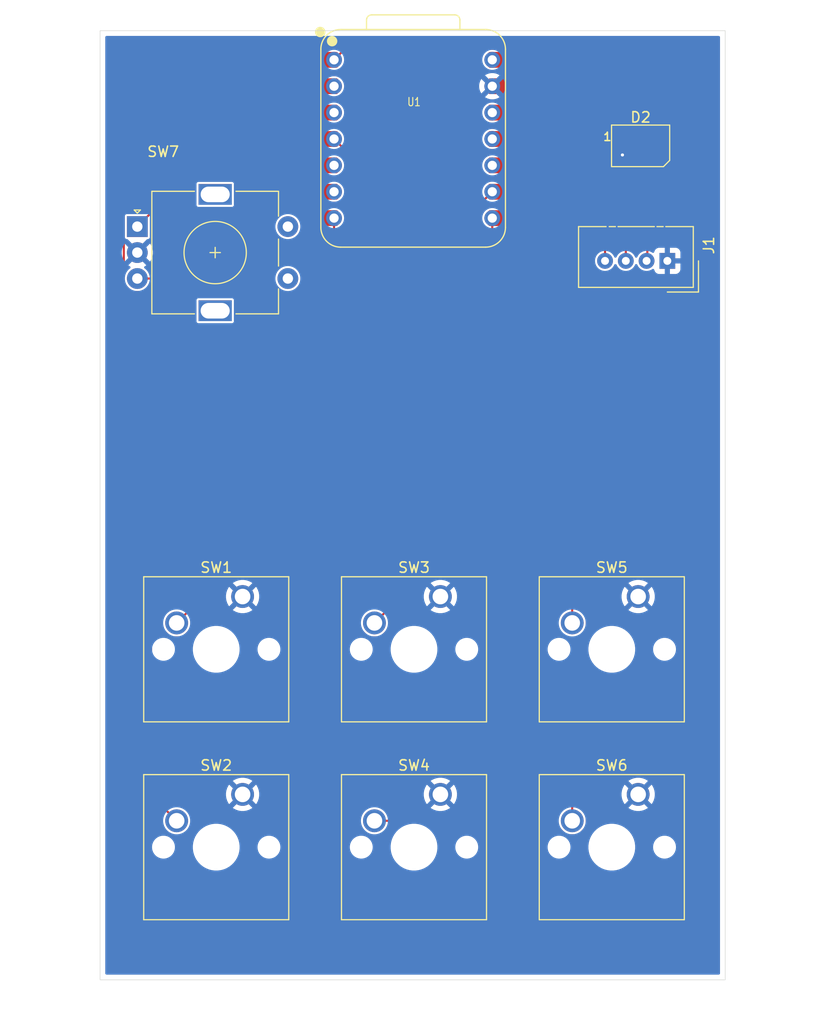
<source format=kicad_pcb>
(kicad_pcb (version 20241229) (generator "pcbnew") (generator_version "9.0")
  (layers (0 "F.Cu" signal) (2 "B.Cu" signal) (13 "F.Paste" user) (15 "B.Paste" user) (5 "F.SilkS" user "F.Silkscreen") (7 "B.SilkS" user "B.Silkscreen") (1 "F.Mask" user) (3 "B.Mask" user) (25 "Edge.Cuts" user))
  (net 0 "")
  (net 1 "GND")
  (net 2 "+5V")
  (net 4 "GPIO26_pin")
  (net 5 "Oled_to_SCL")
  (net 6 "Oled_to_SDA")
  (net 7 "GPIO1_pin")
  (net 8 "GPIO2_pin")
  (net 9 "GPIO4_pin")
  (net 10 "GPIO3_pin")
  (net 11 "GPIO29_pin")
  (net 12 "GPIO0_pin")
  (net 13 "GPIO28_pin")
  (net 15 "GPIO27_pin")
  (footprint "Button_Switch_Keyboard:SW_Cherry_MX_1.00u_PCB" (layer "F.Cu") (at 152.64 86.92)
    (property "Reference" "SW3" (at -2.54 -2.794 0) (layer "F.SilkS"))
    (property "Value" "SW_Push")
    (fp_line (start -9.525 -1.905) (end 4.445 -1.905) (stroke (width 0.12)) (layer "F.SilkS"))
    (fp_line (start -9.525 12.065) (end -9.525 -1.905) (stroke (width 0.12)) (layer "F.SilkS"))
    (fp_line (start 4.445 -1.905) (end 4.445 12.065) (stroke (width 0.12)) (layer "F.SilkS"))
    (fp_line (start 4.445 12.065) (end -9.525 12.065) (stroke (width 0.12)) (layer "F.SilkS"))
    (pad "" np_thru_hole circle (at -7.62 5.08) (size 1.7 1.7) (drill 1.7) (layers "*.Cu" "*.Mask"))
    (pad "" np_thru_hole circle (at -2.54 5.08) (size 4 4) (drill 4) (layers "*.Cu" "*.Mask"))
    (pad "" np_thru_hole circle (at 2.54 5.08) (size 1.7 1.7) (drill 1.7) (layers "*.Cu" "*.Mask"))
    (pad "1" thru_hole circle (at 0 0) (size 2.2 2.2) (drill 1.5) (layers "*.Cu" "*.Mask") (net 1 "GND"))
    (pad "2" thru_hole circle (at -6.35 2.54) (size 2.2 2.2) (drill 1.5) (layers "*.Cu" "*.Mask") (net 9 "GPIO4_pin"))
  )
  (footprint "Button_Switch_Keyboard:SW_Cherry_MX_1.00u_PCB" (layer "F.Cu") (at 133.59 86.92)
    (property "Reference" "SW1" (at -2.54 -2.794 0) (layer "F.SilkS"))
    (property "Value" "SW_Push")
    (fp_line (start -9.525 -1.905) (end 4.445 -1.905) (stroke (width 0.12)) (layer "F.SilkS"))
    (fp_line (start -9.525 12.065) (end -9.525 -1.905) (stroke (width 0.12)) (layer "F.SilkS"))
    (fp_line (start 4.445 -1.905) (end 4.445 12.065) (stroke (width 0.12)) (layer "F.SilkS"))
    (fp_line (start 4.445 12.065) (end -9.525 12.065) (stroke (width 0.12)) (layer "F.SilkS"))
    (pad "" np_thru_hole circle (at -7.62 5.08) (size 1.7 1.7) (drill 1.7) (layers "*.Cu" "*.Mask"))
    (pad "" np_thru_hole circle (at -2.54 5.08) (size 4 4) (drill 4) (layers "*.Cu" "*.Mask"))
    (pad "" np_thru_hole circle (at 2.54 5.08) (size 1.7 1.7) (drill 1.7) (layers "*.Cu" "*.Mask"))
    (pad "1" thru_hole circle (at 0 0) (size 2.2 2.2) (drill 1.5) (layers "*.Cu" "*.Mask") (net 1 "GND"))
    (pad "2" thru_hole circle (at -6.35 2.54) (size 2.2 2.2) (drill 1.5) (layers "*.Cu" "*.Mask") (net 7 "GPIO1_pin"))
  )
  (footprint "LED_SMD:LED_SK6812MINI_PLCC4_3.5x3.5mm_P1.75mm" (layer "F.Cu") (at 171.92625 43.52625)
    (property "Reference" "D2" (at 0 -2.75 0) (layer "F.SilkS"))
    (property "Value" "SK6812MINI")
    (fp_line (start -2.8 -2) (end -2.8 2) (stroke (width 0.12)) (layer "F.SilkS"))
    (fp_line (start -2.8 -2) (end 2.8 -2) (stroke (width 0.12)) (layer "F.SilkS"))
    (fp_line (start -2.8 2) (end 2.2 2) (stroke (width 0.12)) (layer "F.SilkS"))
    (fp_line (start 2.8 1.4) (end 2.2 2) (stroke (width 0.12)) (layer "F.SilkS"))
    (fp_line (start 2.8 1.4) (end 2.8 -2) (stroke (width 0.12)) (layer "F.SilkS"))
    (fp_text user "1" (at -3.2 -0.875 0) (layer "F.SilkS") (effects (font (size 0.8 0.8))))
    (pad "1" smd rect (at -1.75 -0.875) (size 1.6 0.85) (layers "F.Cu" "F.Mask" "F.Paste"))
    (pad "2" smd rect (at -1.75 0.875) (size 1.6 0.85) (layers "F.Cu" "F.Mask" "F.Paste") (net 1 "GND"))
    (pad "3" smd rect (at 1.75 0.875) (size 1.6 0.85) (layers "F.Cu" "F.Mask" "F.Paste") (net 4 "GPIO26_pin"))
    (pad "4" smd rect (at 1.75 -0.875) (size 1.6 0.85) (layers "F.Cu" "F.Mask" "F.Paste") (net 2 "+5V"))
  )
  (footprint "Connector:NS-Tech_Grove_1x04_P2mm_Vertical" (layer "F.Cu") (at 174.5 54.6 -90)
    (property "Reference" "J1" (at -1.5 -4 90) (layer "F.SilkS"))
    (property "Value" "Conn_01x04_Pin")
    (fp_line (start -3.3 8.55) (end 2.55 8.55) (stroke (width 0.12)) (layer "F.SilkS"))
    (fp_line (start -3.3 5.9) (end -3.3 8.55) (stroke (width 0.12)) (layer "F.SilkS"))
    (fp_line (start -3.3 5) (end -3.3 5.6) (stroke (width 0.12)) (layer "F.SilkS"))
    (fp_line (start -3.3 1.25) (end -3.3 4.75) (stroke (width 0.12)) (layer "F.SilkS"))
    (fp_line (start -3.3 0.4) (end -3.3 1) (stroke (width 0.12)) (layer "F.SilkS"))
    (fp_line (start -3.3 -2.5) (end -3.3 0.15) (stroke (width 0.12)) (layer "F.SilkS"))
    (fp_line (start -3.3 -2.5) (end 2.55 -2.5) (stroke (width 0.12)) (layer "F.SilkS"))
    (fp_line (start 2.55 -2.5) (end 2.55 8.55) (stroke (width 0.12)) (layer "F.SilkS"))
    (fp_line (start 0 -3) (end 3 -3) (stroke (width 0.12)) (layer "F.SilkS"))
    (fp_line (start 3 -3) (end 3 0) (stroke (width 0.12)) (layer "F.SilkS"))
    (pad "1" thru_hole rect (at 0 0 270) (size 1.524 1.524) (drill 0.762) (layers "*.Cu" "*.Mask") (net 1 "GND"))
    (pad "2" thru_hole circle (at 0 2 270) (size 1.524 1.524) (drill 0.762) (layers "*.Cu" "*.Mask") (net 2 "+5V"))
    (pad "3" thru_hole circle (at 0 4 270) (size 1.524 1.524) (drill 0.762) (layers "*.Cu" "*.Mask") (net 5 "Oled_to_SCL"))
    (pad "4" thru_hole circle (at 0 6 270) (size 1.524 1.524) (drill 0.762) (layers "*.Cu" "*.Mask") (net 6 "Oled_to_SDA"))
  )
  (footprint "Button_Switch_Keyboard:SW_Cherry_MX_1.00u_PCB" (layer "F.Cu") (at 171.69 105.97)
    (property "Reference" "SW6" (at -2.54 -2.794 0) (layer "F.SilkS"))
    (property "Value" "SW_Push")
    (fp_line (start -9.525 -1.905) (end 4.445 -1.905) (stroke (width 0.12)) (layer "F.SilkS"))
    (fp_line (start -9.525 12.065) (end -9.525 -1.905) (stroke (width 0.12)) (layer "F.SilkS"))
    (fp_line (start 4.445 -1.905) (end 4.445 12.065) (stroke (width 0.12)) (layer "F.SilkS"))
    (fp_line (start 4.445 12.065) (end -9.525 12.065) (stroke (width 0.12)) (layer "F.SilkS"))
    (pad "" np_thru_hole circle (at -7.62 5.08) (size 1.7 1.7) (drill 1.7) (layers "*.Cu" "*.Mask"))
    (pad "" np_thru_hole circle (at -2.54 5.08) (size 4 4) (drill 4) (layers "*.Cu" "*.Mask"))
    (pad "" np_thru_hole circle (at 2.54 5.08) (size 1.7 1.7) (drill 1.7) (layers "*.Cu" "*.Mask"))
    (pad "1" thru_hole circle (at 0 0) (size 2.2 2.2) (drill 1.5) (layers "*.Cu" "*.Mask") (net 1 "GND"))
    (pad "2" thru_hole circle (at -6.35 2.54) (size 2.2 2.2) (drill 1.5) (layers "*.Cu" "*.Mask") (net 12 "GPIO0_pin"))
  )
  (footprint "Rotary_Encoder:RotaryEncoder_Alps_EC11E-Switch_Vertical_H20mm" (layer "F.Cu") (at 123.45 51.3)
    (property "Reference" "SW7" (at 2.49 -7.2125 0) (layer "F.SilkS"))
    (property "Value" "RotaryEncoder")
    (fp_line (start -0.3 -1.6) (end 0.3 -1.6) (stroke (width 0.12)) (layer "F.SilkS"))
    (fp_line (start 0 -1.3) (end -0.3 -1.6) (stroke (width 0.12)) (layer "F.SilkS"))
    (fp_line (start 0.3 -1.6) (end 0 -1.3) (stroke (width 0.12)) (layer "F.SilkS"))
    (fp_line (start 1.4 -3.4) (end 1.4 8.4) (stroke (width 0.12)) (layer "F.SilkS"))
    (fp_line (start 5.5 -3.4) (end 1.4 -3.4) (stroke (width 0.12)) (layer "F.SilkS"))
    (fp_line (start 5.5 8.4) (end 1.4 8.4) (stroke (width 0.12)) (layer "F.SilkS"))
    (fp_line (start 7 2.5) (end 8 2.5) (stroke (width 0.12)) (layer "F.SilkS"))
    (fp_line (start 7.5 2) (end 7.5 3) (stroke (width 0.12)) (layer "F.SilkS"))
    (fp_line (start 9.5 -3.4) (end 13.6 -3.4) (stroke (width 0.12)) (layer "F.SilkS"))
    (fp_line (start 13.6 -3.4) (end 13.6 -1) (stroke (width 0.12)) (layer "F.SilkS"))
    (fp_line (start 13.6 1.2) (end 13.6 3.8) (stroke (width 0.12)) (layer "F.SilkS"))
    (fp_line (start 13.6 6) (end 13.6 8.4) (stroke (width 0.12)) (layer "F.SilkS"))
    (fp_line (start 13.6 8.4) (end 9.5 8.4) (stroke (width 0.12)) (layer "F.SilkS"))
    (fp_circle (center 7.5 2.5) (end 10.5 2.5) (stroke (width 0.12)) (fill no) (layer "F.SilkS"))
    (pad "A" thru_hole rect (at 0 0) (size 2 2) (drill 1) (layers "*.Cu" "*.Mask") (net 15 "GPIO27_pin"))
    (pad "B" thru_hole circle (at 0 5) (size 2 2) (drill 1) (layers "*.Cu" "*.Mask") (net 13 "GPIO28_pin"))
    (pad "C" thru_hole circle (at 0 2.5) (size 2 2) (drill 1) (layers "*.Cu" "*.Mask") (net 1 "GND"))
    (pad "MP" thru_hole rect (at 7.5 -3.1) (size 3.2 2) (drill oval 2.8 1.5) (layers "*.Cu" "*.Mask"))
    (pad "MP" thru_hole rect (at 7.5 8.1) (size 3.2 2) (drill oval 2.8 1.5) (layers "*.Cu" "*.Mask"))
    (pad "S1" thru_hole circle (at 14.5 5) (size 2 2) (drill 1) (layers "*.Cu" "*.Mask"))
    (pad "S2" thru_hole circle (at 14.5 0) (size 2 2) (drill 1) (layers "*.Cu" "*.Mask"))
  )
  (footprint "Button_Switch_Keyboard:SW_Cherry_MX_1.00u_PCB" (layer "F.Cu") (at 152.64 105.97)
    (property "Reference" "SW4" (at -2.54 -2.794 0) (layer "F.SilkS"))
    (property "Value" "SW_Push")
    (fp_line (start -9.525 -1.905) (end 4.445 -1.905) (stroke (width 0.12)) (layer "F.SilkS"))
    (fp_line (start -9.525 12.065) (end -9.525 -1.905) (stroke (width 0.12)) (layer "F.SilkS"))
    (fp_line (start 4.445 -1.905) (end 4.445 12.065) (stroke (width 0.12)) (layer "F.SilkS"))
    (fp_line (start 4.445 12.065) (end -9.525 12.065) (stroke (width 0.12)) (layer "F.SilkS"))
    (pad "" np_thru_hole circle (at -7.62 5.08) (size 1.7 1.7) (drill 1.7) (layers "*.Cu" "*.Mask"))
    (pad "" np_thru_hole circle (at -2.54 5.08) (size 4 4) (drill 4) (layers "*.Cu" "*.Mask"))
    (pad "" np_thru_hole circle (at 2.54 5.08) (size 1.7 1.7) (drill 1.7) (layers "*.Cu" "*.Mask"))
    (pad "1" thru_hole circle (at 0 0) (size 2.2 2.2) (drill 1.5) (layers "*.Cu" "*.Mask") (net 1 "GND"))
    (pad "2" thru_hole circle (at -6.35 2.54) (size 2.2 2.2) (drill 1.5) (layers "*.Cu" "*.Mask") (net 10 "GPIO3_pin"))
  )
  (footprint "OPL:XIAO-RP2040-DIP" (layer "F.Cu") (at 150.01875 42.8625)
    (property "Reference" "U1" (at 0.08125 -3.5625 0) (layer "F.SilkS") (effects (font (size 0.8 0.635) (thickness 0.1016))))
    (property "Value" "XIAO-RP2040-DIP")
    (fp_line (start -8.89 8.509) (end -8.89 -8.636) (stroke (width 0.127)) (layer "F.SilkS"))
    (fp_line (start -6.985 10.414) (end 6.985 10.414) (stroke (width 0.127)) (layer "F.SilkS"))
    (fp_line (start -4.495 -10.541) (end -4.491272 -11.451272) (stroke (width 0.127)) (layer "F.SilkS"))
    (fp_line (start -3.991272 -11.951) (end 4.004 -11.951) (stroke (width 0.127)) (layer "F.SilkS"))
    (fp_line (start 4.504 -11.451) (end 4.504 -10.541) (stroke (width 0.127)) (layer "F.SilkS"))
    (fp_line (start 6.985 -10.541) (end -6.985 -10.541) (stroke (width 0.1)) (layer "F.SilkS"))
    (fp_line (start 6.985 -10.541) (end -6.985 -10.541) (stroke (width 0.127)) (layer "F.SilkS"))
    (fp_line (start 8.89 8.509) (end 8.89 -8.636) (stroke (width 0.127)) (layer "F.SilkS"))
    (fp_arc (start -8.89 -8.636) (mid -8.332038 -9.983038) (end -6.985 -10.541) (stroke (width 0.127)) (layer "F.SilkS"))
    (fp_arc (start -6.985 10.414) (mid -8.332038 9.856038) (end -8.89 8.509) (stroke (width 0.127)) (layer "F.SilkS"))
    (fp_arc (start -4.491272 -11.451272) (mid -4.344728 -11.80464) (end -3.991272 -11.951) (stroke (width 0.127)) (layer "F.SilkS"))
    (fp_arc (start 4.004 -11.951) (mid 4.357553 -11.804553) (end 4.504 -11.451) (stroke (width 0.127)) (layer "F.SilkS"))
    (fp_arc (start 6.985 -10.541) (mid 8.332038 -9.983038) (end 8.89 -8.636) (stroke (width 0.127)) (layer "F.SilkS"))
    (fp_arc (start 8.89 8.509) (mid 8.332038 9.856038) (end 6.985 10.414) (stroke (width 0.127)) (layer "F.SilkS"))
    (fp_circle (center -8.95 -10.3) (end -8.95 -10.554) (stroke (width 0.5)) (fill yes) (layer "F.SilkS"))
    (fp_circle (center -7.807 -9.42) (end -7.807 -9.674) (stroke (width 0.5)) (fill yes) (layer "F.SilkS"))
    (pad "1" smd roundrect (at -8.455 -7.62 180) (size 2.432 1.524) (layers "F.Cu" "F.Mask") (roundrect_rratio 0.1) (net 4 "GPIO26_pin"))
    (pad "1" thru_hole circle (at -7.62 -7.62 180) (size 1.524 1.524) (drill 0.889) (layers "*.Cu" "*.Mask") (net 4 "GPIO26_pin"))
    (pad "2" smd roundrect (at -8.455 -5.08 180) (size 2.432 1.524) (layers "F.Cu" "F.Mask") (roundrect_rratio 0.1) (net 15 "GPIO27_pin"))
    (pad "2" thru_hole circle (at -7.62 -5.08 180) (size 1.524 1.524) (drill 0.889) (layers "*.Cu" "*.Mask") (net 15 "GPIO27_pin"))
    (pad "3" smd roundrect (at -8.455 -2.54 180) (size 2.432 1.524) (layers "F.Cu" "F.Mask") (roundrect_rratio 0.1) (net 13 "GPIO28_pin"))
    (pad "3" thru_hole circle (at -7.62 -2.54 180) (size 1.524 1.524) (drill 0.889) (layers "*.Cu" "*.Mask") (net 13 "GPIO28_pin"))
    (pad "4" smd roundrect (at -8.455 0 180) (size 2.432 1.524) (layers "F.Cu" "F.Mask") (roundrect_rratio 0.1) (net 11 "GPIO29_pin"))
    (pad "4" thru_hole circle (at -7.62 0 180) (size 1.524 1.524) (drill 0.889) (layers "*.Cu" "*.Mask") (net 11 "GPIO29_pin"))
    (pad "5" smd roundrect (at -8.455 2.54 180) (size 2.432 1.524) (layers "F.Cu" "F.Mask") (roundrect_rratio 0.1) (net 6 "Oled_to_SDA"))
    (pad "5" thru_hole circle (at -7.62 2.54 180) (size 1.524 1.524) (drill 0.889) (layers "*.Cu" "*.Mask") (net 6 "Oled_to_SDA"))
    (pad "6" smd roundrect (at -8.455 5.08 180) (size 2.432 1.524) (layers "F.Cu" "F.Mask") (roundrect_rratio 0.1) (net 5 "Oled_to_SCL"))
    (pad "6" thru_hole circle (at -7.62 5.08 180) (size 1.524 1.524) (drill 0.889) (layers "*.Cu" "*.Mask") (net 5 "Oled_to_SCL"))
    (pad "7" smd roundrect (at -8.455 7.62 180) (size 2.432 1.524) (layers "F.Cu" "F.Mask") (roundrect_rratio 0.1) (net 12 "GPIO0_pin"))
    (pad "7" thru_hole circle (at -7.62 7.62 180) (size 1.524 1.524) (drill 0.889) (layers "*.Cu" "*.Mask") (net 12 "GPIO0_pin"))
    (pad "8" thru_hole circle (at 7.62 7.62) (size 1.524 1.524) (drill 0.889) (layers "*.Cu" "*.Mask") (net 7 "GPIO1_pin"))
    (pad "8" smd roundrect (at 8.455 7.62) (size 2.432 1.524) (layers "F.Cu" "F.Mask") (roundrect_rratio 0.1) (net 7 "GPIO1_pin"))
    (pad "9" thru_hole circle (at 7.62 5.08) (size 1.524 1.524) (drill 0.889) (layers "*.Cu" "*.Mask") (net 8 "GPIO2_pin"))
    (pad "9" smd roundrect (at 8.455 5.08) (size 2.432 1.524) (layers "F.Cu" "F.Mask") (roundrect_rratio 0.1) (net 8 "GPIO2_pin"))
    (pad "10" thru_hole circle (at 7.62 2.54) (size 1.524 1.524) (drill 0.889) (layers "*.Cu" "*.Mask") (net 9 "GPIO4_pin"))
    (pad "10" smd roundrect (at 8.455 2.54) (size 2.432 1.524) (layers "F.Cu" "F.Mask") (roundrect_rratio 0.1) (net 9 "GPIO4_pin"))
    (pad "11" thru_hole circle (at 7.62 0) (size 1.524 1.524) (drill 0.889) (layers "*.Cu" "*.Mask") (net 10 "GPIO3_pin"))
    (pad "11" smd roundrect (at 8.455 0) (size 2.432 1.524) (layers "F.Cu" "F.Mask") (roundrect_rratio 0.1) (net 10 "GPIO3_pin"))
    (pad "12" thru_hole circle (at 7.62 -2.54) (size 1.524 1.524) (drill 0.889) (layers "*.Cu" "*.Mask"))
    (pad "12" smd roundrect (at 8.455 -2.54) (size 2.432 1.524) (layers "F.Cu" "F.Mask") (roundrect_rratio 0.1))
    (pad "13" thru_hole circle (at 7.62 -5.08) (size 1.524 1.524) (drill 0.889) (layers "*.Cu" "*.Mask") (net 1 "GND"))
    (pad "13" smd roundrect (at 8.455 -5.08) (size 2.432 1.524) (layers "F.Cu" "F.Mask") (roundrect_rratio 0.1) (net 1 "GND"))
    (pad "14" thru_hole circle (at 7.62 -7.62) (size 1.524 1.524) (drill 0.889) (layers "*.Cu" "*.Mask") (net 2 "+5V"))
    (pad "14" smd roundrect (at 8.455 -7.62) (size 2.432 1.524) (layers "F.Cu" "F.Mask") (roundrect_rratio 0.1) (net 2 "+5V"))
  )
  (footprint "Button_Switch_Keyboard:SW_Cherry_MX_1.00u_PCB" (layer "F.Cu") (at 171.69 86.92)
    (property "Reference" "SW5" (at -2.54 -2.794 0) (layer "F.SilkS"))
    (property "Value" "SW_Push")
    (fp_line (start -9.525 -1.905) (end 4.445 -1.905) (stroke (width 0.12)) (layer "F.SilkS"))
    (fp_line (start -9.525 12.065) (end -9.525 -1.905) (stroke (width 0.12)) (layer "F.SilkS"))
    (fp_line (start 4.445 -1.905) (end 4.445 12.065) (stroke (width 0.12)) (layer "F.SilkS"))
    (fp_line (start 4.445 12.065) (end -9.525 12.065) (stroke (width 0.12)) (layer "F.SilkS"))
    (pad "" np_thru_hole circle (at -7.62 5.08) (size 1.7 1.7) (drill 1.7) (layers "*.Cu" "*.Mask"))
    (pad "" np_thru_hole circle (at -2.54 5.08) (size 4 4) (drill 4) (layers "*.Cu" "*.Mask"))
    (pad "" np_thru_hole circle (at 2.54 5.08) (size 1.7 1.7) (drill 1.7) (layers "*.Cu" "*.Mask"))
    (pad "1" thru_hole circle (at 0 0) (size 2.2 2.2) (drill 1.5) (layers "*.Cu" "*.Mask") (net 1 "GND"))
    (pad "2" thru_hole circle (at -6.35 2.54) (size 2.2 2.2) (drill 1.5) (layers "*.Cu" "*.Mask") (net 11 "GPIO29_pin"))
  )
  (footprint "Button_Switch_Keyboard:SW_Cherry_MX_1.00u_PCB" (layer "F.Cu") (at 133.59 105.97)
    (property "Reference" "SW2" (at -2.54 -2.794 0) (layer "F.SilkS"))
    (property "Value" "SW_Push")
    (fp_line (start -9.525 -1.905) (end 4.445 -1.905) (stroke (width 0.12)) (layer "F.SilkS"))
    (fp_line (start -9.525 12.065) (end -9.525 -1.905) (stroke (width 0.12)) (layer "F.SilkS"))
    (fp_line (start 4.445 -1.905) (end 4.445 12.065) (stroke (width 0.12)) (layer "F.SilkS"))
    (fp_line (start 4.445 12.065) (end -9.525 12.065) (stroke (width 0.12)) (layer "F.SilkS"))
    (pad "" np_thru_hole circle (at -7.62 5.08) (size 1.7 1.7) (drill 1.7) (layers "*.Cu" "*.Mask"))
    (pad "" np_thru_hole circle (at -2.54 5.08) (size 4 4) (drill 4) (layers "*.Cu" "*.Mask"))
    (pad "" np_thru_hole circle (at 2.54 5.08) (size 1.7 1.7) (drill 1.7) (layers "*.Cu" "*.Mask"))
    (pad "1" thru_hole circle (at 0 0) (size 2.2 2.2) (drill 1.5) (layers "*.Cu" "*.Mask") (net 1 "GND"))
    (pad "2" thru_hole circle (at -6.35 2.54) (size 2.2 2.2) (drill 1.5) (layers "*.Cu" "*.Mask") (net 8 "GPIO2_pin"))
  )
  (gr_rect (start 119.8625 32.4375) (end 180.075 123.825) (stroke (width 0.05)) (fill no) (layer "Edge.Cuts"))
  (segment (start 175 55.1) (end 175 55.2) (width 0.2) (layer "F.Cu") (net 1))
  (via (at 170.17625 44.40125) (size 0.6) (drill 0.3) (layers "F.Cu" "B.Cu") (net 1))
  (segment (start 172.5 54.6) (end 172.57525 54.67525) (width 0.2) (layer "F.Cu") (net 2))
  (segment (start 166.2675 35.2425) (end 157.63875 35.2425) (width 0.2) (layer "F.Cu") (net 2))
  (segment (start 173.67625 42.65125) (end 166.2675 35.2425) (width 0.2) (layer "F.Cu") (net 2))
  (segment (start 172.57525 43.75225) (end 173.67625 42.65125) (width 0.2) (layer "F.Cu") (net 2))
  (segment (start 172.57525 54.67525) (end 172.57525 43.75225) (width 0.2) (layer "F.Cu") (net 2))
  (segment (start 173.67625 44.40125) (end 174.77725 43.30025) (width 0.2) (layer "F.Cu") (net 4))
  (segment (start 167.0315 34.1795) (end 143.46175 34.1795) (width 0.2) (layer "F.Cu") (net 4))
  (segment (start 174.77725 43.30025) (end 174.77725 41.92525) (width 0.2) (layer "F.Cu") (net 4))
  (segment (start 174.77725 41.92525) (end 167.0315 34.1795) (width 0.2) (layer "F.Cu") (net 4))
  (segment (start 143.46175 34.1795) (end 142.39875 35.2425) (width 0.2) (layer "F.Cu") (net 4))
  (segment (start 148.3661 41.3985) (end 143.2861 36.3185) (width 0.2) (layer "F.Cu") (net 5))
  (segment (start 170.5 52.003024) (end 159.895476 41.3985) (width 0.2) (layer "F.Cu") (net 5))
  (segment (start 139.38916 47.9425) (end 142.39875 47.9425) (width 0.2) (layer "F.Cu") (net 5))
  (segment (start 129.32966 58.002) (end 139.38916 47.9425) (width 0.2) (layer "F.Cu") (net 5))
  (segment (start 143.2861 36.3185) (end 135.2624 36.3185) (width 0.2) (layer "F.Cu") (net 5))
  (segment (start 170.5 54.6) (end 170.5 52.003024) (width 0.2) (layer "F.Cu") (net 5))
  (segment (start 135.2624 36.3185) (end 121.748 49.8329) (width 0.2) (layer "F.Cu") (net 5))
  (segment (start 122.745008 58.002) (end 129.32966 58.002) (width 0.2) (layer "F.Cu") (net 5))
  (segment (start 121.748 57.004992) (end 122.745008 58.002) (width 0.2) (layer "F.Cu") (net 5))
  (segment (start 121.748 49.8329) (end 121.748 57.004992) (width 0.2) (layer "F.Cu") (net 5))
  (segment (start 159.895476 41.3985) (end 148.3661 41.3985) (width 0.2) (layer "F.Cu") (net 5))
  (segment (start 129.16356 57.601) (end 141.36206 45.4025) (width 0.2) (layer "F.Cu") (net 6))
  (segment (start 168.5 50.570124) (end 159.729376 41.7995) (width 0.2) (layer "F.Cu") (net 6))
  (segment (start 122.149 56.838892) (end 122.911108 57.601) (width 0.2) (layer "F.Cu") (net 6))
  (segment (start 143.12 36.7195) (end 135.4285 36.7195) (width 0.2) (layer "F.Cu") (net 6))
  (segment (start 159.729376 41.7995) (end 148.2 41.7995) (width 0.2) (layer "F.Cu") (net 6))
  (segment (start 135.4285 36.7195) (end 122.149 49.999) (width 0.2) (layer "F.Cu") (net 6))
  (segment (start 122.911108 57.601) (end 129.16356 57.601) (width 0.2) (layer "F.Cu") (net 6))
  (segment (start 148.2 41.7995) (end 143.12 36.7195) (width 0.2) (layer "F.Cu") (net 6))
  (segment (start 141.36206 45.4025) (end 142.39875 45.4025) (width 0.2) (layer "F.Cu") (net 6))
  (segment (start 168.5 54.6) (end 168.5 50.570124) (width 0.2) (layer "F.Cu") (net 6))
  (segment (start 122.149 49.999) (end 122.149 56.838892) (width 0.2) (layer "F.Cu") (net 6))
  (segment (start 157.63875 59.06125) (end 157.63875 50.4825) (width 0.2) (layer "F.Cu") (net 7))
  (segment (start 127.24 89.46) (end 157.63875 59.06125) (width 0.2) (layer "F.Cu") (net 7))
  (segment (start 136.649 54.681876) (end 140.04675 51.284126) (width 0.2) (layer "F.Cu") (net 8))
  (segment (start 140.04675 49.680874) (end 140.722124 49.0055) (width 0.2) (layer "F.Cu") (net 8))
  (segment (start 140.722124 49.0055) (end 156.57575 49.0055) (width 0.2) (layer "F.Cu") (net 8))
  (segment (start 124.769 106.039) (end 124.769 68.718892) (width 0.2) (layer "F.Cu") (net 8))
  (segment (start 127.24 108.51) (end 124.769 106.039) (width 0.2) (layer "F.Cu") (net 8))
  (segment (start 136.649 56.838892) (end 136.649 54.681876) (width 0.2) (layer "F.Cu") (net 8))
  (segment (start 124.769 68.718892) (end 136.649 56.838892) (width 0.2) (layer "F.Cu") (net 8))
  (segment (start 140.04675 51.284126) (end 140.04675 49.680874) (width 0.2) (layer "F.Cu") (net 8))
  (segment (start 156.57575 49.0055) (end 157.63875 47.9425) (width 0.2) (layer "F.Cu") (net 8))
  (segment (start 159.99075 46.67687) (end 158.71638 45.4025) (width 0.2) (layer "F.Cu") (net 9))
  (segment (start 146.29 89.46) (end 159.99075 75.75925) (width 0.2) (layer "F.Cu") (net 9))
  (segment (start 158.71638 45.4025) (end 157.63875 45.4025) (width 0.2) (layer "F.Cu") (net 9))
  (segment (start 159.99075 75.75925) (end 159.99075 46.67687) (width 0.2) (layer "F.Cu") (net 9))
  (segment (start 159.68975 42.8625) (end 157.63875 42.8625) (width 0.2) (layer "F.Cu") (net 10))
  (segment (start 146.29 108.51) (end 163.358686 108.51) (width 0.2) (layer "F.Cu") (net 10))
  (segment (start 165.920314 109.911) (end 166.741 109.090314) (width 0.2) (layer "F.Cu") (net 10))
  (segment (start 166.741 49.91375) (end 159.68975 42.8625) (width 0.2) (layer "F.Cu") (net 10))
  (segment (start 166.741 109.090314) (end 166.741 49.91375) (width 0.2) (layer "F.Cu") (net 10))
  (segment (start 164.759686 109.911) (end 165.920314 109.911) (width 0.2) (layer "F.Cu") (net 10))
  (segment (start 163.358686 108.51) (end 164.759686 109.911) (width 0.2) (layer "F.Cu") (net 10))
  (segment (start 159.315376 43.9255) (end 143.46175 43.9255) (width 0.2) (layer "F.Cu") (net 11))
  (segment (start 143.46175 43.9255) (end 142.39875 42.8625) (width 0.2) (layer "F.Cu") (net 11))
  (segment (start 165.34 49.950124) (end 159.315376 43.9255) (width 0.2) (layer "F.Cu") (net 11))
  (segment (start 165.34 89.46) (end 165.34 49.950124) (width 0.2) (layer "F.Cu") (net 11))
  (segment (start 158.879686 88.879686) (end 148.851628 88.879686) (width 0.2) (layer "F.Cu") (net 12))
  (segment (start 125.839 70.250892) (end 142.39875 53.691142) (width 0.2) (layer "F.Cu") (net 12))
  (segment (start 146.870314 90.861) (end 145.709686 90.861) (width 0.2) (layer "F.Cu") (net 12))
  (segment (start 148.851628 88.879686) (end 146.870314 90.861) (width 0.2) (layer "F.Cu") (net 12))
  (segment (start 125.839 90.040314) (end 125.839 70.250892) (width 0.2) (layer "F.Cu") (net 12))
  (segment (start 143.728372 88.879686) (end 129.801628 88.879686) (width 0.2) (layer "F.Cu") (net 12))
  (segment (start 145.709686 90.861) (end 143.728372 88.879686) (width 0.2) (layer "F.Cu") (net 12))
  (segment (start 142.39875 53.691142) (end 142.39875 50.4825) (width 0.2) (layer "F.Cu") (net 12))
  (segment (start 165.34 108.51) (end 165.34 95.34) (width 0.2) (layer "F.Cu") (net 12))
  (segment (start 127.820314 90.861) (end 126.659686 90.861) (width 0.2) (layer "F.Cu") (net 12))
  (segment (start 129.801628 88.879686) (end 127.820314 90.861) (width 0.2) (layer "F.Cu") (net 12))
  (segment (start 165.34 95.34) (end 158.879686 88.879686) (width 0.2) (layer "F.Cu") (net 12))
  (segment (start 126.659686 90.861) (end 125.839 90.040314) (width 0.2) (layer "F.Cu") (net 12))
  (segment (start 141.32112 40.3225) (end 142.39875 40.3225) (width 0.2) (layer "F.Cu") (net 13))
  (segment (start 123.45 56.3) (end 128.347624 56.3) (width 0.2) (layer "F.Cu") (net 13))
  (segment (start 128.347624 56.3) (end 140.04675 44.600874) (width 0.2) (layer "F.Cu") (net 13))
  (segment (start 140.04675 44.600874) (end 140.04675 41.59687) (width 0.2) (layer "F.Cu") (net 13))
  (segment (start 140.04675 41.59687) (end 141.32112 40.3225) (width 0.2) (layer "F.Cu") (net 13))
  (segment (start 136.9675 37.7825) (end 142.39875 37.7825) (width 0.2) (layer "F.Cu") (net 15))
  (segment (start 123.45 51.3) (end 136.9675 37.7825) (width 0.2) (layer "F.Cu") (net 15))
  (zone (net 1) (net_name "GND") (layer "B.Cu") (connect_pads (clearance 0.05)) (min_thickness 0.25) (fill yes (thermal_gap 0.5) (thermal_bridge_width 0.5))
    (polygon (pts (xy 113 29.5) (xy 189.9 29.5) (xy 189.9 128.1) (xy 110.8 128.1) (xy 110.6 127.9) (xy 110.6 29.706135) (xy 110.224247 29.706135) (xy 113.000677 29.481306)))
  )
)
</source>
